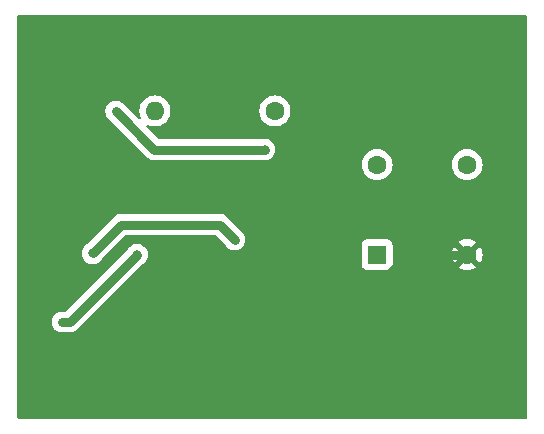
<source format=gbr>
%TF.GenerationSoftware,KiCad,Pcbnew,8.0.3*%
%TF.CreationDate,2024-12-07T17:37:54-06:00*%
%TF.ProjectId,XVI Overclock,58564920-4f76-4657-9263-6c6f636b2e6b,rev?*%
%TF.SameCoordinates,Original*%
%TF.FileFunction,Copper,L2,Bot*%
%TF.FilePolarity,Positive*%
%FSLAX46Y46*%
G04 Gerber Fmt 4.6, Leading zero omitted, Abs format (unit mm)*
G04 Created by KiCad (PCBNEW 8.0.3) date 2024-12-07 17:37:54*
%MOMM*%
%LPD*%
G01*
G04 APERTURE LIST*
%TA.AperFunction,ComponentPad*%
%ADD10C,1.600000*%
%TD*%
%TA.AperFunction,ComponentPad*%
%ADD11R,1.600000X1.600000*%
%TD*%
%TA.AperFunction,ComponentPad*%
%ADD12O,1.600000X1.600000*%
%TD*%
%TA.AperFunction,ViaPad*%
%ADD13C,0.500000*%
%TD*%
%TA.AperFunction,ViaPad*%
%ADD14C,0.800000*%
%TD*%
%TA.AperFunction,Conductor*%
%ADD15C,0.750000*%
%TD*%
%TA.AperFunction,Conductor*%
%ADD16C,0.250000*%
%TD*%
G04 APERTURE END LIST*
D10*
%TO.P,X1,4*%
%TO.N,/B*%
X168275000Y-106680000D03*
%TO.P,X1,5*%
%TO.N,Net-(IC1-Pad10)*%
X168275000Y-99060000D03*
%TO.P,X1,8*%
%TO.N,/A*%
X160655000Y-99060000D03*
D11*
%TO.P,X1,1*%
%TO.N,Net-(X1-Pad1)*%
X160655000Y-106680000D03*
%TD*%
D12*
%TO.P,R1,2*%
%TO.N,/A*%
X141845000Y-94525000D03*
D10*
%TO.P,R1,1*%
%TO.N,Net-(IC1-Pad1)*%
X152005000Y-94525000D03*
%TD*%
D13*
%TO.N,/A*%
X138520000Y-94525000D03*
D14*
%TO.N,/C*%
X136575000Y-106575000D03*
%TO.N,/A*%
X151130000Y-97790000D03*
%TO.N,/B*%
X155575000Y-104140000D03*
%TO.N,/C*%
X148590000Y-105410000D03*
%TO.N,/B*%
X142240000Y-107950000D03*
%TO.N,Net-(IC1-Pad1)*%
X140335000Y-106680000D03*
%TD*%
D15*
%TO.N,/A*%
X151130000Y-97790000D02*
X141785000Y-97790000D01*
X141785000Y-97790000D02*
X138520000Y-94525000D01*
%TO.N,/C*%
X139010000Y-104140000D02*
X147320000Y-104140000D01*
X136575000Y-106575000D02*
X139010000Y-104140000D01*
D16*
%TO.N,/A*%
X151130000Y-97790000D02*
X151130000Y-97790000D01*
%TO.N,/B*%
X155575000Y-110490000D02*
X155575000Y-110490000D01*
D15*
X151130000Y-114935000D02*
X155575000Y-110490000D01*
X159480002Y-110490000D02*
X155575000Y-110490000D01*
X163290002Y-106680000D02*
X159480002Y-110490000D01*
X168275000Y-106680000D02*
X163290002Y-106680000D01*
X155575000Y-104140000D02*
X155575000Y-110490000D01*
%TO.N,/C*%
X147320000Y-104140000D02*
X148590000Y-105410000D01*
%TO.N,/B*%
X142240000Y-114935000D02*
X142240000Y-107950000D01*
X133985000Y-114935000D02*
X142240000Y-114935000D01*
X142240000Y-114935000D02*
X151130000Y-114935000D01*
X142240000Y-107950000D02*
X142240000Y-107950000D01*
%TO.N,Net-(IC1-Pad1)*%
X134620000Y-112395000D02*
X140335000Y-106680000D01*
X133985000Y-112395000D02*
X134620000Y-112395000D01*
%TD*%
%TA.AperFunction,Conductor*%
%TO.N,/B*%
G36*
X173272539Y-86405185D02*
G01*
X173318294Y-86457989D01*
X173329500Y-86509500D01*
X173329500Y-120500500D01*
X173309815Y-120567539D01*
X173257011Y-120613294D01*
X173205500Y-120624500D01*
X130324500Y-120624500D01*
X130257461Y-120604815D01*
X130211706Y-120552011D01*
X130200500Y-120500500D01*
X130200500Y-112307978D01*
X133101500Y-112307978D01*
X133101500Y-112482021D01*
X133135450Y-112652699D01*
X133135453Y-112652711D01*
X133202049Y-112813489D01*
X133202050Y-112813491D01*
X133298740Y-112958197D01*
X133298743Y-112958201D01*
X133421798Y-113081256D01*
X133421802Y-113081259D01*
X133566506Y-113177948D01*
X133566507Y-113177948D01*
X133566508Y-113177949D01*
X133566510Y-113177950D01*
X133727288Y-113244546D01*
X133727293Y-113244548D01*
X133897978Y-113278499D01*
X133897982Y-113278500D01*
X133897983Y-113278500D01*
X134707018Y-113278500D01*
X134707019Y-113278499D01*
X134877708Y-113244548D01*
X135038495Y-113177948D01*
X135183199Y-113081259D01*
X140790660Y-107473795D01*
X140805434Y-107461176D01*
X140946253Y-107358866D01*
X141074040Y-107216944D01*
X141169527Y-107051556D01*
X141228542Y-106869928D01*
X141248504Y-106680000D01*
X141228542Y-106490072D01*
X141169527Y-106308444D01*
X141074040Y-106143056D01*
X140946253Y-106001134D01*
X140791752Y-105888882D01*
X140617288Y-105811206D01*
X140617286Y-105811205D01*
X140430487Y-105771500D01*
X140239513Y-105771500D01*
X140052714Y-105811205D01*
X140052712Y-105811206D01*
X139888805Y-105884182D01*
X139878246Y-105888883D01*
X139723745Y-106001135D01*
X139595962Y-106143053D01*
X139595961Y-106143054D01*
X139595960Y-106143056D01*
X139582220Y-106166853D01*
X139567883Y-106191685D01*
X139548178Y-106217363D01*
X134290361Y-111475181D01*
X134229038Y-111508666D01*
X134202680Y-111511500D01*
X133897978Y-111511500D01*
X133727300Y-111545450D01*
X133727288Y-111545453D01*
X133566510Y-111612049D01*
X133566508Y-111612050D01*
X133421802Y-111708740D01*
X133421798Y-111708743D01*
X133298743Y-111831798D01*
X133298740Y-111831802D01*
X133202050Y-111976508D01*
X133202049Y-111976510D01*
X133135453Y-112137288D01*
X133135450Y-112137300D01*
X133101500Y-112307978D01*
X130200500Y-112307978D01*
X130200500Y-106575000D01*
X135661496Y-106575000D01*
X135681458Y-106764928D01*
X135681459Y-106764931D01*
X135740470Y-106946549D01*
X135740473Y-106946556D01*
X135835960Y-107111944D01*
X135963747Y-107253866D01*
X136118248Y-107366118D01*
X136292712Y-107443794D01*
X136479513Y-107483500D01*
X136670487Y-107483500D01*
X136857288Y-107443794D01*
X137031752Y-107366118D01*
X137186253Y-107253866D01*
X137301099Y-107126317D01*
X137314036Y-107111949D01*
X137314036Y-107111947D01*
X137314040Y-107111944D01*
X137342116Y-107063312D01*
X137361815Y-107037641D01*
X139339639Y-105059819D01*
X139400962Y-105026334D01*
X139427320Y-105023500D01*
X146902680Y-105023500D01*
X146969719Y-105043185D01*
X146990361Y-105059819D01*
X147803180Y-105872638D01*
X147822886Y-105898319D01*
X147850960Y-105946944D01*
X147978747Y-106088866D01*
X148133248Y-106201118D01*
X148307712Y-106278794D01*
X148494513Y-106318500D01*
X148685487Y-106318500D01*
X148872288Y-106278794D01*
X149046752Y-106201118D01*
X149201253Y-106088866D01*
X149329040Y-105946944D01*
X149395781Y-105831345D01*
X159346500Y-105831345D01*
X159346500Y-107528654D01*
X159353011Y-107589202D01*
X159353011Y-107589204D01*
X159404111Y-107726204D01*
X159491739Y-107843261D01*
X159608796Y-107930889D01*
X159745799Y-107981989D01*
X159773050Y-107984918D01*
X159806345Y-107988499D01*
X159806362Y-107988500D01*
X161503638Y-107988500D01*
X161503654Y-107988499D01*
X161530692Y-107985591D01*
X161564201Y-107981989D01*
X161701204Y-107930889D01*
X161818261Y-107843261D01*
X161905889Y-107726204D01*
X161956989Y-107589201D01*
X161960591Y-107555692D01*
X161963499Y-107528654D01*
X161963500Y-107528637D01*
X161963500Y-106679997D01*
X166970034Y-106679997D01*
X166970034Y-106680002D01*
X166989858Y-106906599D01*
X166989860Y-106906610D01*
X167048730Y-107126317D01*
X167048735Y-107126331D01*
X167144863Y-107332478D01*
X167195974Y-107405472D01*
X167875000Y-106726446D01*
X167875000Y-106732661D01*
X167902259Y-106834394D01*
X167954920Y-106925606D01*
X168029394Y-107000080D01*
X168120606Y-107052741D01*
X168222339Y-107080000D01*
X168228553Y-107080000D01*
X167549526Y-107759025D01*
X167622513Y-107810132D01*
X167622521Y-107810136D01*
X167828668Y-107906264D01*
X167828682Y-107906269D01*
X168048389Y-107965139D01*
X168048400Y-107965141D01*
X168274998Y-107984966D01*
X168275002Y-107984966D01*
X168501599Y-107965141D01*
X168501610Y-107965139D01*
X168721317Y-107906269D01*
X168721331Y-107906264D01*
X168927478Y-107810136D01*
X169000471Y-107759024D01*
X168321447Y-107080000D01*
X168327661Y-107080000D01*
X168429394Y-107052741D01*
X168520606Y-107000080D01*
X168595080Y-106925606D01*
X168647741Y-106834394D01*
X168675000Y-106732661D01*
X168675000Y-106726447D01*
X169354024Y-107405471D01*
X169405136Y-107332478D01*
X169501264Y-107126331D01*
X169501269Y-107126317D01*
X169560139Y-106906610D01*
X169560141Y-106906599D01*
X169579966Y-106680002D01*
X169579966Y-106679997D01*
X169560141Y-106453400D01*
X169560139Y-106453389D01*
X169501269Y-106233682D01*
X169501264Y-106233668D01*
X169405136Y-106027521D01*
X169405132Y-106027513D01*
X169354025Y-105954526D01*
X168675000Y-106633551D01*
X168675000Y-106627339D01*
X168647741Y-106525606D01*
X168595080Y-106434394D01*
X168520606Y-106359920D01*
X168429394Y-106307259D01*
X168327661Y-106280000D01*
X168321448Y-106280000D01*
X169000472Y-105600974D01*
X168927478Y-105549863D01*
X168721331Y-105453735D01*
X168721317Y-105453730D01*
X168501610Y-105394860D01*
X168501599Y-105394858D01*
X168275002Y-105375034D01*
X168274998Y-105375034D01*
X168048400Y-105394858D01*
X168048389Y-105394860D01*
X167828682Y-105453730D01*
X167828673Y-105453734D01*
X167622516Y-105549866D01*
X167622512Y-105549868D01*
X167549526Y-105600973D01*
X167549526Y-105600974D01*
X168228553Y-106280000D01*
X168222339Y-106280000D01*
X168120606Y-106307259D01*
X168029394Y-106359920D01*
X167954920Y-106434394D01*
X167902259Y-106525606D01*
X167875000Y-106627339D01*
X167875000Y-106633552D01*
X167195974Y-105954526D01*
X167195973Y-105954526D01*
X167144868Y-106027512D01*
X167144866Y-106027516D01*
X167048734Y-106233673D01*
X167048730Y-106233682D01*
X166989860Y-106453389D01*
X166989858Y-106453400D01*
X166970034Y-106679997D01*
X161963500Y-106679997D01*
X161963500Y-105831362D01*
X161963499Y-105831345D01*
X161958145Y-105781556D01*
X161956989Y-105770799D01*
X161905889Y-105633796D01*
X161818261Y-105516739D01*
X161701204Y-105429111D01*
X161564203Y-105378011D01*
X161503654Y-105371500D01*
X161503638Y-105371500D01*
X159806362Y-105371500D01*
X159806345Y-105371500D01*
X159745797Y-105378011D01*
X159745795Y-105378011D01*
X159608795Y-105429111D01*
X159491739Y-105516739D01*
X159404111Y-105633795D01*
X159353011Y-105770795D01*
X159353011Y-105770797D01*
X159346500Y-105831345D01*
X149395781Y-105831345D01*
X149424527Y-105781556D01*
X149483542Y-105599928D01*
X149503504Y-105410000D01*
X149483542Y-105220072D01*
X149424527Y-105038444D01*
X149329040Y-104873056D01*
X149201253Y-104731134D01*
X149060450Y-104628834D01*
X149045655Y-104616197D01*
X147883202Y-103453743D01*
X147883198Y-103453740D01*
X147738492Y-103357050D01*
X147738490Y-103357049D01*
X147577712Y-103290453D01*
X147577700Y-103290450D01*
X147407021Y-103256500D01*
X147407017Y-103256500D01*
X139097017Y-103256500D01*
X138922983Y-103256500D01*
X138922978Y-103256500D01*
X138752299Y-103290450D01*
X138752287Y-103290453D01*
X138591509Y-103357049D01*
X138591507Y-103357050D01*
X138446801Y-103453740D01*
X138446797Y-103453743D01*
X136119343Y-105781197D01*
X136104549Y-105793833D01*
X135963746Y-105896134D01*
X135835959Y-106038057D01*
X135740473Y-106203443D01*
X135740470Y-106203450D01*
X135689630Y-106359920D01*
X135681458Y-106385072D01*
X135661496Y-106575000D01*
X130200500Y-106575000D01*
X130200500Y-99059998D01*
X159341502Y-99059998D01*
X159341502Y-99060001D01*
X159361456Y-99288081D01*
X159361457Y-99288089D01*
X159420714Y-99509238D01*
X159420718Y-99509249D01*
X159517475Y-99716745D01*
X159517477Y-99716749D01*
X159648802Y-99904300D01*
X159810700Y-100066198D01*
X159998251Y-100197523D01*
X160123091Y-100255736D01*
X160205750Y-100294281D01*
X160205752Y-100294281D01*
X160205757Y-100294284D01*
X160426913Y-100353543D01*
X160589832Y-100367796D01*
X160654998Y-100373498D01*
X160655000Y-100373498D01*
X160655002Y-100373498D01*
X160712021Y-100368509D01*
X160883087Y-100353543D01*
X161104243Y-100294284D01*
X161311749Y-100197523D01*
X161499300Y-100066198D01*
X161661198Y-99904300D01*
X161792523Y-99716749D01*
X161889284Y-99509243D01*
X161948543Y-99288087D01*
X161968498Y-99060000D01*
X161968498Y-99059998D01*
X166961502Y-99059998D01*
X166961502Y-99060001D01*
X166981456Y-99288081D01*
X166981457Y-99288089D01*
X167040714Y-99509238D01*
X167040718Y-99509249D01*
X167137475Y-99716745D01*
X167137477Y-99716749D01*
X167268802Y-99904300D01*
X167430700Y-100066198D01*
X167618251Y-100197523D01*
X167743091Y-100255736D01*
X167825750Y-100294281D01*
X167825752Y-100294281D01*
X167825757Y-100294284D01*
X168046913Y-100353543D01*
X168209832Y-100367796D01*
X168274998Y-100373498D01*
X168275000Y-100373498D01*
X168275002Y-100373498D01*
X168332021Y-100368509D01*
X168503087Y-100353543D01*
X168724243Y-100294284D01*
X168931749Y-100197523D01*
X169119300Y-100066198D01*
X169281198Y-99904300D01*
X169412523Y-99716749D01*
X169509284Y-99509243D01*
X169568543Y-99288087D01*
X169588498Y-99060000D01*
X169568543Y-98831913D01*
X169509284Y-98610757D01*
X169491653Y-98572948D01*
X169446566Y-98476257D01*
X169412523Y-98403251D01*
X169281198Y-98215700D01*
X169119300Y-98053802D01*
X168931749Y-97922477D01*
X168931745Y-97922475D01*
X168724249Y-97825718D01*
X168724238Y-97825714D01*
X168503089Y-97766457D01*
X168503081Y-97766456D01*
X168275002Y-97746502D01*
X168274998Y-97746502D01*
X168046918Y-97766456D01*
X168046910Y-97766457D01*
X167825761Y-97825714D01*
X167825750Y-97825718D01*
X167618254Y-97922475D01*
X167618252Y-97922476D01*
X167618251Y-97922477D01*
X167430700Y-98053802D01*
X167430698Y-98053803D01*
X167430695Y-98053806D01*
X167268806Y-98215695D01*
X167137476Y-98403252D01*
X167137475Y-98403254D01*
X167040718Y-98610750D01*
X167040716Y-98610757D01*
X166981457Y-98831910D01*
X166981456Y-98831918D01*
X166961502Y-99059998D01*
X161968498Y-99059998D01*
X161948543Y-98831913D01*
X161889284Y-98610757D01*
X161871653Y-98572948D01*
X161826566Y-98476257D01*
X161792523Y-98403251D01*
X161661198Y-98215700D01*
X161499300Y-98053802D01*
X161311749Y-97922477D01*
X161311745Y-97922475D01*
X161104249Y-97825718D01*
X161104238Y-97825714D01*
X160883089Y-97766457D01*
X160883081Y-97766456D01*
X160655002Y-97746502D01*
X160654998Y-97746502D01*
X160426918Y-97766456D01*
X160426910Y-97766457D01*
X160205761Y-97825714D01*
X160205750Y-97825718D01*
X159998254Y-97922475D01*
X159998252Y-97922476D01*
X159998251Y-97922477D01*
X159810700Y-98053802D01*
X159810698Y-98053803D01*
X159810695Y-98053806D01*
X159648806Y-98215695D01*
X159517476Y-98403252D01*
X159517475Y-98403254D01*
X159420718Y-98610750D01*
X159420716Y-98610757D01*
X159361457Y-98831910D01*
X159361456Y-98831918D01*
X159341502Y-99059998D01*
X130200500Y-99059998D01*
X130200500Y-94437978D01*
X137636500Y-94437978D01*
X137636500Y-94612021D01*
X137670450Y-94782700D01*
X137670453Y-94782712D01*
X137737049Y-94943490D01*
X137737050Y-94943492D01*
X137833740Y-95088198D01*
X137833743Y-95088202D01*
X141221798Y-98476257D01*
X141221801Y-98476259D01*
X141318488Y-98540863D01*
X141318491Y-98540866D01*
X141366503Y-98572946D01*
X141366506Y-98572948D01*
X141457785Y-98610757D01*
X141527292Y-98639548D01*
X141555611Y-98645180D01*
X141555615Y-98645180D01*
X141555616Y-98645181D01*
X141697980Y-98673500D01*
X141697983Y-98673500D01*
X150903866Y-98673500D01*
X150929647Y-98676210D01*
X151034513Y-98698500D01*
X151225487Y-98698500D01*
X151412288Y-98658794D01*
X151586752Y-98581118D01*
X151741253Y-98468866D01*
X151869040Y-98326944D01*
X151964527Y-98161556D01*
X152023542Y-97979928D01*
X152043504Y-97790000D01*
X152023542Y-97600072D01*
X151964527Y-97418444D01*
X151869040Y-97253056D01*
X151741253Y-97111134D01*
X151586752Y-96998882D01*
X151412288Y-96921206D01*
X151412286Y-96921205D01*
X151225487Y-96881500D01*
X151034513Y-96881500D01*
X150929647Y-96903790D01*
X150903866Y-96906500D01*
X142202320Y-96906500D01*
X142135281Y-96886815D01*
X142114639Y-96870181D01*
X141158488Y-95914030D01*
X141125003Y-95852707D01*
X141129987Y-95783015D01*
X141171859Y-95727082D01*
X141237323Y-95702665D01*
X141298573Y-95713967D01*
X141395750Y-95759281D01*
X141395752Y-95759281D01*
X141395757Y-95759284D01*
X141616913Y-95818543D01*
X141779832Y-95832796D01*
X141844998Y-95838498D01*
X141845000Y-95838498D01*
X141845002Y-95838498D01*
X141902021Y-95833509D01*
X142073087Y-95818543D01*
X142294243Y-95759284D01*
X142501749Y-95662523D01*
X142689300Y-95531198D01*
X142851198Y-95369300D01*
X142982523Y-95181749D01*
X143079284Y-94974243D01*
X143138543Y-94753087D01*
X143158498Y-94525000D01*
X143158498Y-94524998D01*
X150691502Y-94524998D01*
X150691502Y-94525001D01*
X150711456Y-94753081D01*
X150711457Y-94753089D01*
X150770714Y-94974238D01*
X150770718Y-94974249D01*
X150848244Y-95140504D01*
X150867477Y-95181749D01*
X150998802Y-95369300D01*
X151160700Y-95531198D01*
X151348251Y-95662523D01*
X151458574Y-95713967D01*
X151555750Y-95759281D01*
X151555752Y-95759281D01*
X151555757Y-95759284D01*
X151776913Y-95818543D01*
X151939832Y-95832796D01*
X152004998Y-95838498D01*
X152005000Y-95838498D01*
X152005002Y-95838498D01*
X152062021Y-95833509D01*
X152233087Y-95818543D01*
X152454243Y-95759284D01*
X152661749Y-95662523D01*
X152849300Y-95531198D01*
X153011198Y-95369300D01*
X153142523Y-95181749D01*
X153239284Y-94974243D01*
X153298543Y-94753087D01*
X153318498Y-94525000D01*
X153298543Y-94296913D01*
X153239284Y-94075757D01*
X153142523Y-93868251D01*
X153011198Y-93680700D01*
X152849300Y-93518802D01*
X152661749Y-93387477D01*
X152661745Y-93387475D01*
X152454249Y-93290718D01*
X152454238Y-93290714D01*
X152233089Y-93231457D01*
X152233081Y-93231456D01*
X152005002Y-93211502D01*
X152004998Y-93211502D01*
X151776918Y-93231456D01*
X151776910Y-93231457D01*
X151555761Y-93290714D01*
X151555750Y-93290718D01*
X151348254Y-93387475D01*
X151348252Y-93387476D01*
X151348251Y-93387477D01*
X151160700Y-93518802D01*
X151160698Y-93518803D01*
X151160695Y-93518806D01*
X150998806Y-93680695D01*
X150867476Y-93868252D01*
X150867475Y-93868254D01*
X150770718Y-94075750D01*
X150770714Y-94075761D01*
X150711457Y-94296910D01*
X150711456Y-94296918D01*
X150691502Y-94524998D01*
X143158498Y-94524998D01*
X143138543Y-94296913D01*
X143079284Y-94075757D01*
X142982523Y-93868251D01*
X142851198Y-93680700D01*
X142689300Y-93518802D01*
X142501749Y-93387477D01*
X142501745Y-93387475D01*
X142294249Y-93290718D01*
X142294238Y-93290714D01*
X142073089Y-93231457D01*
X142073081Y-93231456D01*
X141845002Y-93211502D01*
X141844998Y-93211502D01*
X141616918Y-93231456D01*
X141616910Y-93231457D01*
X141395761Y-93290714D01*
X141395750Y-93290718D01*
X141188254Y-93387475D01*
X141188252Y-93387476D01*
X141188251Y-93387477D01*
X141000700Y-93518802D01*
X141000698Y-93518803D01*
X141000695Y-93518806D01*
X140838806Y-93680695D01*
X140707476Y-93868252D01*
X140707475Y-93868254D01*
X140610718Y-94075750D01*
X140610714Y-94075761D01*
X140551457Y-94296910D01*
X140551456Y-94296918D01*
X140531502Y-94524998D01*
X140531502Y-94525001D01*
X140551456Y-94753081D01*
X140551457Y-94753089D01*
X140610714Y-94974238D01*
X140610715Y-94974240D01*
X140656033Y-95071426D01*
X140666524Y-95140504D01*
X140638004Y-95204287D01*
X140579527Y-95242526D01*
X140509659Y-95243080D01*
X140455969Y-95211511D01*
X139083202Y-93838743D01*
X139083198Y-93838740D01*
X138938492Y-93742050D01*
X138938490Y-93742049D01*
X138777712Y-93675453D01*
X138777700Y-93675450D01*
X138607021Y-93641500D01*
X138607017Y-93641500D01*
X138432983Y-93641500D01*
X138432978Y-93641500D01*
X138262299Y-93675450D01*
X138262287Y-93675453D01*
X138101509Y-93742049D01*
X138101507Y-93742050D01*
X137956801Y-93838740D01*
X137956797Y-93838743D01*
X137833743Y-93961797D01*
X137833740Y-93961801D01*
X137737050Y-94106507D01*
X137737049Y-94106509D01*
X137670453Y-94267287D01*
X137670450Y-94267299D01*
X137636500Y-94437978D01*
X130200500Y-94437978D01*
X130200500Y-86509500D01*
X130220185Y-86442461D01*
X130272989Y-86396706D01*
X130324500Y-86385500D01*
X173205500Y-86385500D01*
X173272539Y-86405185D01*
G37*
%TD.AperFunction*%
%TD*%
M02*

</source>
